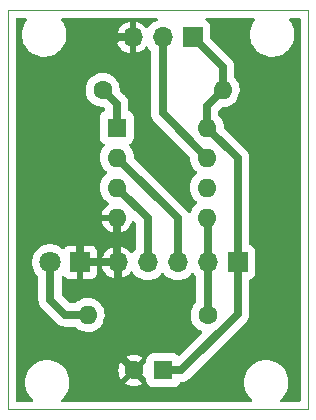
<source format=gbr>
%TF.GenerationSoftware,KiCad,Pcbnew,(6.0.0)*%
%TF.CreationDate,2022-02-06T14:28:57-06:00*%
%TF.ProjectId,moduloSonidoPCB,6d6f6475-6c6f-4536-9f6e-69646f504342,rev?*%
%TF.SameCoordinates,Original*%
%TF.FileFunction,Copper,L1,Top*%
%TF.FilePolarity,Positive*%
%FSLAX46Y46*%
G04 Gerber Fmt 4.6, Leading zero omitted, Abs format (unit mm)*
G04 Created by KiCad (PCBNEW (6.0.0)) date 2022-02-06 14:28:57*
%MOMM*%
%LPD*%
G01*
G04 APERTURE LIST*
%TA.AperFunction,Profile*%
%ADD10C,0.100000*%
%TD*%
%TA.AperFunction,ComponentPad*%
%ADD11C,1.600000*%
%TD*%
%TA.AperFunction,ComponentPad*%
%ADD12O,1.600000X1.600000*%
%TD*%
%TA.AperFunction,ComponentPad*%
%ADD13R,1.700000X1.700000*%
%TD*%
%TA.AperFunction,ComponentPad*%
%ADD14O,1.700000X1.700000*%
%TD*%
%TA.AperFunction,ComponentPad*%
%ADD15R,1.600000X1.600000*%
%TD*%
%TA.AperFunction,ComponentPad*%
%ADD16R,1.800000X1.800000*%
%TD*%
%TA.AperFunction,ComponentPad*%
%ADD17C,1.800000*%
%TD*%
%TA.AperFunction,Conductor*%
%ADD18C,0.700000*%
%TD*%
G04 APERTURE END LIST*
D10*
X116586000Y-76327000D02*
X141986000Y-76327000D01*
X141986000Y-76327000D02*
X141986000Y-110109000D01*
X141986000Y-110109000D02*
X116586000Y-110109000D01*
X116586000Y-110109000D02*
X116586000Y-76327000D01*
D11*
%TO.P,R2,1*%
%TO.N,Net-(R2-Pad1)*%
X124587000Y-83058000D03*
D12*
%TO.P,R2,2*%
%TO.N,+3V3*%
X134747000Y-83058000D03*
%TD*%
D13*
%TO.P,J1,1,Pin_1*%
%TO.N,+3V3*%
X132207000Y-78613000D03*
D14*
%TO.P,J1,2,Pin_2*%
%TO.N,ADC*%
X129667000Y-78613000D03*
%TO.P,J1,3,Pin_3*%
%TO.N,GND*%
X127127000Y-78613000D03*
%TD*%
D15*
%TO.P,C1,1*%
%TO.N,+3V3*%
X129729113Y-106807000D03*
D11*
%TO.P,C1,2*%
%TO.N,GND*%
X127229113Y-106807000D03*
%TD*%
D15*
%TO.P,U1,1,~{RESET}/PB5*%
%TO.N,Net-(R2-Pad1)*%
X125782000Y-86243000D03*
D12*
%TO.P,U1,2,XTAL1/PB3*%
%TO.N,Rx*%
X125782000Y-88783000D03*
%TO.P,U1,3,XTAL2/PB4*%
%TO.N,Tx*%
X125782000Y-91323000D03*
%TO.P,U1,4,GND*%
%TO.N,GND*%
X125782000Y-93863000D03*
%TO.P,U1,5,AREF/PB0*%
%TO.N,F*%
X133402000Y-93863000D03*
%TO.P,U1,6,PB1*%
%TO.N,unconnected-(U1-Pad6)*%
X133402000Y-91323000D03*
%TO.P,U1,7,PB2*%
%TO.N,ADC*%
X133402000Y-88783000D03*
%TO.P,U1,8,VCC*%
%TO.N,+3V3*%
X133402000Y-86243000D03*
%TD*%
D16*
%TO.P,D1,1,K*%
%TO.N,GND*%
X122682000Y-97663000D03*
D17*
%TO.P,D1,2,A*%
%TO.N,Net-(D1-Pad2)*%
X120142000Y-97663000D03*
%TD*%
D13*
%TO.P,J2,1,Pin_1*%
%TO.N,+3V3*%
X136012000Y-97663000D03*
D14*
%TO.P,J2,2,Pin_2*%
%TO.N,F*%
X133472000Y-97663000D03*
%TO.P,J2,3,Pin_3*%
%TO.N,Rx*%
X130932000Y-97663000D03*
%TO.P,J2,4,Pin_4*%
%TO.N,Tx*%
X128392000Y-97663000D03*
%TO.P,J2,5,Pin_5*%
%TO.N,GND*%
X125852000Y-97663000D03*
%TD*%
D11*
%TO.P,R1,1*%
%TO.N,F*%
X133477000Y-102108000D03*
D12*
%TO.P,R1,2*%
%TO.N,Net-(D1-Pad2)*%
X123317000Y-102108000D03*
%TD*%
D18*
%TO.N,GND*%
X125782000Y-93863000D02*
X125782000Y-97593000D01*
X125782000Y-97593000D02*
X125852000Y-97663000D01*
X125852000Y-105429887D02*
X127229113Y-106807000D01*
X122682000Y-97663000D02*
X122682000Y-83693000D01*
X122682000Y-83693000D02*
X122682000Y-81855919D01*
X125852000Y-97663000D02*
X125852000Y-105429887D01*
X122682000Y-81855919D02*
X125924919Y-78613000D01*
X125924919Y-78613000D02*
X127127000Y-78613000D01*
X122682000Y-97663000D02*
X125852000Y-97663000D01*
%TO.N,Net-(D1-Pad2)*%
X121412000Y-102108000D02*
X120142000Y-100838000D01*
X120142000Y-100838000D02*
X120142000Y-97663000D01*
X123317000Y-102108000D02*
X121412000Y-102108000D01*
%TO.N,+3V3*%
X136012000Y-97663000D02*
X136012000Y-88853000D01*
X131229113Y-106807000D02*
X136012000Y-102024113D01*
X129729113Y-106807000D02*
X131229113Y-106807000D01*
X136012000Y-102024113D02*
X136012000Y-97663000D01*
X134747000Y-81153000D02*
X132207000Y-78613000D01*
X134747000Y-83058000D02*
X134747000Y-81153000D01*
X133402000Y-84403000D02*
X134747000Y-83058000D01*
X133402000Y-86243000D02*
X133402000Y-84403000D01*
X136012000Y-88853000D02*
X133402000Y-86243000D01*
%TO.N,ADC*%
X129667000Y-85048000D02*
X133402000Y-88783000D01*
X129667000Y-78613000D02*
X129667000Y-85048000D01*
%TO.N,Rx*%
X125782000Y-88783000D02*
X130932000Y-93933000D01*
X130932000Y-93933000D02*
X130932000Y-97663000D01*
%TO.N,Tx*%
X125782000Y-91323000D02*
X128392000Y-93933000D01*
X128392000Y-93933000D02*
X128392000Y-97663000D01*
%TO.N,F*%
X133472000Y-97663000D02*
X133472000Y-93933000D01*
X133477000Y-97668000D02*
X133472000Y-97663000D01*
X133477000Y-102108000D02*
X133477000Y-97668000D01*
X133472000Y-93933000D02*
X133402000Y-93863000D01*
%TO.N,Net-(R2-Pad1)*%
X125782000Y-86243000D02*
X125782000Y-84253000D01*
X125782000Y-84253000D02*
X124587000Y-83058000D01*
%TD*%
%TA.AperFunction,Conductor*%
%TO.N,GND*%
G36*
X118139216Y-76982002D02*
G01*
X118185709Y-77035658D01*
X118195813Y-77105932D01*
X118172967Y-77162150D01*
X118028983Y-77359965D01*
X117901577Y-77602123D01*
X117810463Y-77860137D01*
X117809583Y-77864603D01*
X117774280Y-78043717D01*
X117757549Y-78128601D01*
X117757322Y-78133154D01*
X117757322Y-78133157D01*
X117746754Y-78345452D01*
X117743944Y-78401891D01*
X117769932Y-78674283D01*
X117771017Y-78678717D01*
X117771018Y-78678723D01*
X117817793Y-78869876D01*
X117834970Y-78940071D01*
X117836682Y-78944297D01*
X117836683Y-78944301D01*
X117883039Y-79058748D01*
X117937694Y-79193686D01*
X117939998Y-79197621D01*
X117940001Y-79197627D01*
X118071202Y-79421699D01*
X118075954Y-79429815D01*
X118246852Y-79643513D01*
X118446809Y-79830302D01*
X118466164Y-79843729D01*
X118667882Y-79983667D01*
X118667887Y-79983670D01*
X118671635Y-79986270D01*
X118675720Y-79988302D01*
X118675723Y-79988304D01*
X118793374Y-80046834D01*
X118916622Y-80108149D01*
X118920956Y-80109570D01*
X118920959Y-80109571D01*
X118999763Y-80135404D01*
X119176636Y-80193386D01*
X119446232Y-80240195D01*
X119480016Y-80241877D01*
X119531133Y-80244422D01*
X119531141Y-80244422D01*
X119532704Y-80244500D01*
X119703503Y-80244500D01*
X119705771Y-80244335D01*
X119705783Y-80244335D01*
X119837612Y-80234769D01*
X119906912Y-80229741D01*
X119911367Y-80228757D01*
X119911370Y-80228757D01*
X120169646Y-80171735D01*
X120169650Y-80171734D01*
X120174106Y-80170750D01*
X120372290Y-80095665D01*
X120425716Y-80075424D01*
X120425719Y-80075423D01*
X120429986Y-80073806D01*
X120659119Y-79946534D01*
X120665199Y-79943157D01*
X120665200Y-79943156D01*
X120669192Y-79940939D01*
X120886712Y-79774933D01*
X120932395Y-79728202D01*
X121074794Y-79582535D01*
X121074798Y-79582530D01*
X121077989Y-79579266D01*
X121239017Y-79358035D01*
X121366423Y-79115877D01*
X121449379Y-78880966D01*
X125795257Y-78880966D01*
X125825565Y-79015446D01*
X125828645Y-79025275D01*
X125908770Y-79222603D01*
X125913413Y-79231794D01*
X126024694Y-79413388D01*
X126030777Y-79421699D01*
X126170213Y-79582667D01*
X126177580Y-79589883D01*
X126341434Y-79725916D01*
X126349881Y-79731831D01*
X126533756Y-79839279D01*
X126543042Y-79843729D01*
X126742001Y-79919703D01*
X126751899Y-79922579D01*
X126855250Y-79943606D01*
X126869299Y-79942410D01*
X126873000Y-79932065D01*
X126873000Y-78885115D01*
X126868525Y-78869876D01*
X126867135Y-78868671D01*
X126859452Y-78867000D01*
X125810225Y-78867000D01*
X125796694Y-78870973D01*
X125795257Y-78880966D01*
X121449379Y-78880966D01*
X121457537Y-78857863D01*
X121492715Y-78679385D01*
X121509570Y-78593871D01*
X121509571Y-78593865D01*
X121510451Y-78589399D01*
X121522509Y-78347183D01*
X125791389Y-78347183D01*
X125792912Y-78355607D01*
X125805292Y-78359000D01*
X126854885Y-78359000D01*
X126870124Y-78354525D01*
X126871329Y-78353135D01*
X126873000Y-78345452D01*
X126873000Y-77296102D01*
X126869082Y-77282758D01*
X126854806Y-77280771D01*
X126816324Y-77286660D01*
X126806288Y-77289051D01*
X126603868Y-77355212D01*
X126594359Y-77359209D01*
X126405463Y-77457542D01*
X126396738Y-77463036D01*
X126226433Y-77590905D01*
X126218726Y-77597748D01*
X126071590Y-77751717D01*
X126065104Y-77759727D01*
X125945098Y-77935649D01*
X125940000Y-77944623D01*
X125850338Y-78137783D01*
X125846775Y-78147470D01*
X125791389Y-78347183D01*
X121522509Y-78347183D01*
X121523829Y-78320678D01*
X121523829Y-78320672D01*
X121524056Y-78316109D01*
X121498068Y-78043717D01*
X121450804Y-77850563D01*
X121434115Y-77782363D01*
X121433030Y-77777929D01*
X121431317Y-77773699D01*
X121332021Y-77528547D01*
X121332018Y-77528542D01*
X121330306Y-77524314D01*
X121328002Y-77520379D01*
X121327999Y-77520373D01*
X121194352Y-77292123D01*
X121194351Y-77292121D01*
X121192046Y-77288185D01*
X121094888Y-77166694D01*
X121067964Y-77101002D01*
X121080830Y-77031181D01*
X121129401Y-76979399D01*
X121193291Y-76962000D01*
X129145422Y-76962000D01*
X129213543Y-76982002D01*
X129260036Y-77035658D01*
X129270140Y-77105932D01*
X129240646Y-77170512D01*
X129184567Y-77207765D01*
X129089373Y-77238879D01*
X129084785Y-77241267D01*
X129084781Y-77241269D01*
X128982245Y-77294646D01*
X128872699Y-77351672D01*
X128868566Y-77354775D01*
X128868563Y-77354777D01*
X128681493Y-77495234D01*
X128677358Y-77498339D01*
X128656302Y-77520373D01*
X128560867Y-77620240D01*
X128508593Y-77674941D01*
X128505681Y-77679210D01*
X128425065Y-77797389D01*
X128370153Y-77842392D01*
X128299628Y-77850563D01*
X128235881Y-77819309D01*
X128215185Y-77794827D01*
X128209425Y-77785924D01*
X128203136Y-77777757D01*
X128059806Y-77620240D01*
X128052273Y-77613215D01*
X127885139Y-77481222D01*
X127876552Y-77475517D01*
X127690117Y-77372599D01*
X127680705Y-77368369D01*
X127479959Y-77297280D01*
X127469988Y-77294646D01*
X127398837Y-77281972D01*
X127385540Y-77283432D01*
X127381000Y-77297989D01*
X127381000Y-79931517D01*
X127385064Y-79945359D01*
X127398478Y-79947393D01*
X127405184Y-79946534D01*
X127415262Y-79944392D01*
X127619255Y-79883191D01*
X127628842Y-79879433D01*
X127820095Y-79785739D01*
X127828945Y-79780464D01*
X128002328Y-79656792D01*
X128010200Y-79650139D01*
X128161052Y-79499812D01*
X128167723Y-79491972D01*
X128216590Y-79423967D01*
X128272585Y-79380319D01*
X128343288Y-79373873D01*
X128406253Y-79406676D01*
X128426345Y-79431658D01*
X128461449Y-79488941D01*
X128461452Y-79488946D01*
X128464152Y-79493351D01*
X128624088Y-79677987D01*
X128628063Y-79681287D01*
X128628065Y-79681289D01*
X128635984Y-79687863D01*
X128675620Y-79746765D01*
X128681500Y-79784808D01*
X128681500Y-85032073D01*
X128681451Y-85035591D01*
X128679078Y-85120548D01*
X128680187Y-85126837D01*
X128689384Y-85178998D01*
X128690653Y-85188144D01*
X128693130Y-85212529D01*
X128696650Y-85247184D01*
X128705093Y-85274125D01*
X128708943Y-85289920D01*
X128713844Y-85317716D01*
X128716192Y-85323646D01*
X128716193Y-85323650D01*
X128735694Y-85372902D01*
X128738776Y-85381607D01*
X128754612Y-85432142D01*
X128754614Y-85432146D01*
X128756521Y-85438232D01*
X128759615Y-85443814D01*
X128759616Y-85443816D01*
X128770207Y-85462923D01*
X128777157Y-85477626D01*
X128787546Y-85503866D01*
X128791043Y-85509209D01*
X128791045Y-85509214D01*
X128820037Y-85553517D01*
X128824805Y-85561421D01*
X128853584Y-85613339D01*
X128857739Y-85618187D01*
X128857740Y-85618188D01*
X128871955Y-85634772D01*
X128881722Y-85647781D01*
X128894519Y-85667338D01*
X128894529Y-85667351D01*
X128897174Y-85671393D01*
X128900404Y-85674980D01*
X128900409Y-85674987D01*
X128900487Y-85675073D01*
X128901584Y-85676291D01*
X128939838Y-85714545D01*
X128946411Y-85721642D01*
X128983875Y-85765352D01*
X129001215Y-85778802D01*
X129007795Y-85783906D01*
X129019664Y-85794371D01*
X131927398Y-88702105D01*
X131961424Y-88764417D01*
X131964094Y-88783944D01*
X131975598Y-88983468D01*
X131976735Y-88988514D01*
X131976736Y-88988520D01*
X131990496Y-89049575D01*
X132027493Y-89213744D01*
X132029435Y-89218526D01*
X132029436Y-89218530D01*
X132065888Y-89308300D01*
X132116302Y-89432453D01*
X132239638Y-89633720D01*
X132394191Y-89812141D01*
X132483386Y-89886192D01*
X132570208Y-89958273D01*
X132609843Y-90017176D01*
X132611341Y-90088156D01*
X132574226Y-90148679D01*
X132565383Y-90155971D01*
X132445667Y-90245857D01*
X132282583Y-90416514D01*
X132279669Y-90420786D01*
X132279668Y-90420787D01*
X132152481Y-90607236D01*
X132152478Y-90607241D01*
X132149562Y-90611516D01*
X132050176Y-90825626D01*
X131987094Y-91053092D01*
X131962010Y-91287807D01*
X131975598Y-91523468D01*
X131976735Y-91528514D01*
X131976736Y-91528520D01*
X131999019Y-91627396D01*
X132027493Y-91753744D01*
X132029435Y-91758526D01*
X132029436Y-91758530D01*
X132067900Y-91853254D01*
X132116302Y-91972453D01*
X132239638Y-92173720D01*
X132394191Y-92352141D01*
X132483386Y-92426192D01*
X132570208Y-92498273D01*
X132609843Y-92557176D01*
X132611341Y-92628156D01*
X132574226Y-92688679D01*
X132565383Y-92695971D01*
X132445667Y-92785857D01*
X132282583Y-92956514D01*
X132279669Y-92960786D01*
X132279668Y-92960787D01*
X132152481Y-93147236D01*
X132152478Y-93147241D01*
X132149562Y-93151516D01*
X132121724Y-93211489D01*
X132062053Y-93340040D01*
X132050176Y-93365626D01*
X132039585Y-93403815D01*
X132031802Y-93431880D01*
X131994323Y-93492177D01*
X131930194Y-93522640D01*
X131859776Y-93513596D01*
X131804953Y-93467200D01*
X131778961Y-93427480D01*
X131774191Y-93419573D01*
X131774006Y-93419239D01*
X131745416Y-93367661D01*
X131727040Y-93346221D01*
X131717283Y-93333225D01*
X131704483Y-93313666D01*
X131701827Y-93309607D01*
X131697416Y-93304709D01*
X131659162Y-93266455D01*
X131652589Y-93259358D01*
X131619279Y-93220495D01*
X131615125Y-93215648D01*
X131591204Y-93197093D01*
X131579336Y-93186629D01*
X127259032Y-88866325D01*
X127225006Y-88804013D01*
X127222441Y-88782998D01*
X127222420Y-88783000D01*
X127222377Y-88782471D01*
X127222375Y-88782459D01*
X127208945Y-88619105D01*
X127203502Y-88552893D01*
X127203501Y-88552887D01*
X127203078Y-88547742D01*
X127145573Y-88318802D01*
X127051447Y-88102328D01*
X126923230Y-87904135D01*
X126870155Y-87845806D01*
X126835350Y-87807556D01*
X126804298Y-87743711D01*
X126812694Y-87673212D01*
X126857871Y-87618444D01*
X126864405Y-87614304D01*
X126967772Y-87553173D01*
X126967778Y-87553168D01*
X126974598Y-87549135D01*
X127088135Y-87435598D01*
X127169869Y-87297393D01*
X127212869Y-87149387D01*
X127212871Y-87149381D01*
X127212872Y-87149376D01*
X127214665Y-87143204D01*
X127216367Y-87121581D01*
X127217307Y-87109638D01*
X127217307Y-87109629D01*
X127217500Y-87107181D01*
X127217499Y-85378820D01*
X127214665Y-85342796D01*
X127211755Y-85332777D01*
X127172081Y-85196220D01*
X127172080Y-85196218D01*
X127169869Y-85188607D01*
X127133339Y-85126837D01*
X127092169Y-85057223D01*
X127088135Y-85050402D01*
X126974598Y-84936865D01*
X126836393Y-84855131D01*
X126837083Y-84853965D01*
X126788885Y-84813860D01*
X126767500Y-84743634D01*
X126767500Y-84268926D01*
X126767549Y-84265408D01*
X126769744Y-84186833D01*
X126769744Y-84186830D01*
X126769922Y-84180451D01*
X126765996Y-84158187D01*
X126759616Y-84122001D01*
X126758347Y-84112855D01*
X126752995Y-84060162D01*
X126752994Y-84060158D01*
X126752350Y-84053816D01*
X126743907Y-84026875D01*
X126740057Y-84011080D01*
X126736265Y-83989571D01*
X126736264Y-83989567D01*
X126735156Y-83983284D01*
X126731557Y-83974192D01*
X126713306Y-83928098D01*
X126710224Y-83919393D01*
X126694388Y-83868858D01*
X126694386Y-83868854D01*
X126692479Y-83862768D01*
X126689384Y-83857184D01*
X126678793Y-83838077D01*
X126671843Y-83823374D01*
X126664200Y-83804070D01*
X126661454Y-83797134D01*
X126657957Y-83791791D01*
X126657955Y-83791786D01*
X126628963Y-83747483D01*
X126624193Y-83739576D01*
X126598512Y-83693246D01*
X126598511Y-83693245D01*
X126595416Y-83687661D01*
X126577043Y-83666225D01*
X126567278Y-83653219D01*
X126554481Y-83633662D01*
X126554471Y-83633649D01*
X126551826Y-83629607D01*
X126548596Y-83626020D01*
X126548591Y-83626013D01*
X126548509Y-83625923D01*
X126547416Y-83624709D01*
X126509162Y-83586455D01*
X126502589Y-83579358D01*
X126469279Y-83540495D01*
X126465125Y-83535648D01*
X126441204Y-83517093D01*
X126429336Y-83506629D01*
X126064032Y-83141325D01*
X126030006Y-83079013D01*
X126027441Y-83057998D01*
X126027420Y-83058000D01*
X126027377Y-83057471D01*
X126027375Y-83057459D01*
X126019783Y-82965113D01*
X126008502Y-82827893D01*
X126008501Y-82827887D01*
X126008078Y-82822742D01*
X125950573Y-82593802D01*
X125856447Y-82377328D01*
X125728230Y-82179135D01*
X125699697Y-82147777D01*
X125572842Y-82008366D01*
X125572840Y-82008365D01*
X125569364Y-82004544D01*
X125565313Y-82001345D01*
X125565309Y-82001341D01*
X125388174Y-81861449D01*
X125384116Y-81858244D01*
X125177461Y-81744164D01*
X125057173Y-81701567D01*
X124959824Y-81667094D01*
X124959820Y-81667093D01*
X124954949Y-81665368D01*
X124949859Y-81664461D01*
X124949854Y-81664460D01*
X124727644Y-81624879D01*
X124727638Y-81624878D01*
X124722555Y-81623973D01*
X124631623Y-81622862D01*
X124491690Y-81621152D01*
X124491688Y-81621152D01*
X124486521Y-81621089D01*
X124253186Y-81656794D01*
X124028815Y-81730130D01*
X123819434Y-81839126D01*
X123630667Y-81980857D01*
X123467583Y-82151514D01*
X123464669Y-82155786D01*
X123464668Y-82155787D01*
X123337481Y-82342236D01*
X123337478Y-82342241D01*
X123334562Y-82346516D01*
X123235176Y-82560626D01*
X123172094Y-82788092D01*
X123147010Y-83022807D01*
X123147307Y-83027959D01*
X123147307Y-83027963D01*
X123149039Y-83057998D01*
X123160598Y-83258468D01*
X123161735Y-83263514D01*
X123161736Y-83263520D01*
X123182864Y-83357270D01*
X123212493Y-83488744D01*
X123214435Y-83493526D01*
X123214436Y-83493530D01*
X123282048Y-83660036D01*
X123301302Y-83707453D01*
X123424638Y-83908720D01*
X123579191Y-84087141D01*
X123760809Y-84237923D01*
X123765261Y-84240525D01*
X123765266Y-84240528D01*
X123960157Y-84354413D01*
X123964615Y-84357018D01*
X124185136Y-84441226D01*
X124190202Y-84442257D01*
X124190203Y-84442257D01*
X124245596Y-84453527D01*
X124416449Y-84488287D01*
X124570086Y-84493920D01*
X124581991Y-84494357D01*
X124649333Y-84516841D01*
X124666470Y-84531177D01*
X124759596Y-84624304D01*
X124793621Y-84686616D01*
X124796500Y-84713399D01*
X124796500Y-84743634D01*
X124776498Y-84811755D01*
X124726874Y-84853892D01*
X124727607Y-84855131D01*
X124589402Y-84936865D01*
X124475865Y-85050402D01*
X124471831Y-85057223D01*
X124430662Y-85126837D01*
X124394131Y-85188607D01*
X124391920Y-85196218D01*
X124391919Y-85196220D01*
X124351129Y-85336619D01*
X124351128Y-85336624D01*
X124349335Y-85342796D01*
X124348831Y-85349206D01*
X124346694Y-85376356D01*
X124346500Y-85378819D01*
X124346501Y-87107180D01*
X124349335Y-87143204D01*
X124394131Y-87297393D01*
X124475865Y-87435598D01*
X124589402Y-87549135D01*
X124699455Y-87614220D01*
X124747907Y-87666112D01*
X124760612Y-87735962D01*
X124733537Y-87801594D01*
X124726409Y-87809724D01*
X124662583Y-87876514D01*
X124659669Y-87880786D01*
X124659668Y-87880787D01*
X124532481Y-88067236D01*
X124532478Y-88067241D01*
X124529562Y-88071516D01*
X124527383Y-88076211D01*
X124457844Y-88226021D01*
X124430176Y-88285626D01*
X124367094Y-88513092D01*
X124342010Y-88747807D01*
X124342307Y-88752959D01*
X124342307Y-88752963D01*
X124353731Y-88951092D01*
X124355598Y-88983468D01*
X124356735Y-88988514D01*
X124356736Y-88988520D01*
X124370496Y-89049575D01*
X124407493Y-89213744D01*
X124409435Y-89218526D01*
X124409436Y-89218530D01*
X124445888Y-89308300D01*
X124496302Y-89432453D01*
X124619638Y-89633720D01*
X124774191Y-89812141D01*
X124863386Y-89886192D01*
X124950208Y-89958273D01*
X124989843Y-90017176D01*
X124991341Y-90088156D01*
X124954226Y-90148679D01*
X124945383Y-90155971D01*
X124825667Y-90245857D01*
X124662583Y-90416514D01*
X124659669Y-90420786D01*
X124659668Y-90420787D01*
X124532481Y-90607236D01*
X124532478Y-90607241D01*
X124529562Y-90611516D01*
X124430176Y-90825626D01*
X124367094Y-91053092D01*
X124342010Y-91287807D01*
X124355598Y-91523468D01*
X124356735Y-91528514D01*
X124356736Y-91528520D01*
X124379019Y-91627396D01*
X124407493Y-91753744D01*
X124409435Y-91758526D01*
X124409436Y-91758530D01*
X124447900Y-91853254D01*
X124496302Y-91972453D01*
X124619638Y-92173720D01*
X124774191Y-92352141D01*
X124955809Y-92502923D01*
X124960266Y-92505527D01*
X124960271Y-92505531D01*
X125052118Y-92559202D01*
X125100842Y-92610841D01*
X125113913Y-92680624D01*
X125087182Y-92746396D01*
X125060819Y-92771203D01*
X124942533Y-92854028D01*
X124934125Y-92861084D01*
X124780084Y-93015125D01*
X124773028Y-93023533D01*
X124648069Y-93201993D01*
X124642586Y-93211489D01*
X124550510Y-93408947D01*
X124546764Y-93419239D01*
X124500606Y-93591503D01*
X124500942Y-93605599D01*
X124508884Y-93609000D01*
X125910000Y-93609000D01*
X125978121Y-93629002D01*
X126024614Y-93682658D01*
X126036000Y-93735000D01*
X126036000Y-95130967D01*
X126039973Y-95144498D01*
X126048522Y-95145727D01*
X126225761Y-95098236D01*
X126236053Y-95094490D01*
X126433511Y-95002414D01*
X126443007Y-94996931D01*
X126621467Y-94871972D01*
X126629875Y-94864916D01*
X126783916Y-94710875D01*
X126790972Y-94702467D01*
X126915931Y-94524007D01*
X126921414Y-94514511D01*
X127013490Y-94317053D01*
X127017239Y-94306753D01*
X127035735Y-94237726D01*
X127072686Y-94177104D01*
X127136547Y-94146082D01*
X127207042Y-94154512D01*
X127246536Y-94181243D01*
X127369595Y-94304302D01*
X127403621Y-94366614D01*
X127406500Y-94393397D01*
X127406500Y-96493481D01*
X127386498Y-96561602D01*
X127371596Y-96580530D01*
X127233593Y-96724941D01*
X127230681Y-96729210D01*
X127150065Y-96847389D01*
X127095153Y-96892392D01*
X127024628Y-96900563D01*
X126960881Y-96869309D01*
X126940185Y-96844827D01*
X126934425Y-96835924D01*
X126928136Y-96827757D01*
X126784806Y-96670240D01*
X126777273Y-96663215D01*
X126610139Y-96531222D01*
X126601552Y-96525517D01*
X126415117Y-96422599D01*
X126405705Y-96418369D01*
X126204959Y-96347280D01*
X126194988Y-96344646D01*
X126123837Y-96331972D01*
X126110540Y-96333432D01*
X126106000Y-96347989D01*
X126106000Y-98981517D01*
X126110064Y-98995359D01*
X126123478Y-98997393D01*
X126130184Y-98996534D01*
X126140262Y-98994392D01*
X126344255Y-98933191D01*
X126353842Y-98929433D01*
X126545095Y-98835739D01*
X126553945Y-98830464D01*
X126727328Y-98706792D01*
X126735200Y-98700139D01*
X126886052Y-98549812D01*
X126892723Y-98541972D01*
X126941590Y-98473967D01*
X126997585Y-98430319D01*
X127068288Y-98423873D01*
X127131253Y-98456676D01*
X127151345Y-98481658D01*
X127186449Y-98538941D01*
X127186452Y-98538946D01*
X127189152Y-98543351D01*
X127349088Y-98727987D01*
X127537032Y-98884021D01*
X127747937Y-99007263D01*
X127752762Y-99009105D01*
X127752763Y-99009106D01*
X127789590Y-99023169D01*
X127976138Y-99094405D01*
X127981204Y-99095436D01*
X127981205Y-99095436D01*
X128099647Y-99119533D01*
X128215508Y-99143105D01*
X128352546Y-99148130D01*
X128454454Y-99151868D01*
X128454459Y-99151868D01*
X128459618Y-99152057D01*
X128529498Y-99143105D01*
X128696783Y-99121675D01*
X128696784Y-99121675D01*
X128701911Y-99121018D01*
X128790617Y-99094405D01*
X128930929Y-99052309D01*
X128935882Y-99050823D01*
X128940521Y-99048550D01*
X128940527Y-99048548D01*
X129150608Y-98945630D01*
X129155246Y-98943358D01*
X129243067Y-98880716D01*
X129349901Y-98804512D01*
X129349906Y-98804508D01*
X129354113Y-98801507D01*
X129527142Y-98629082D01*
X129530158Y-98624884D01*
X129530162Y-98624880D01*
X129559307Y-98584320D01*
X129615301Y-98540671D01*
X129686005Y-98534225D01*
X129748969Y-98567027D01*
X129756868Y-98575348D01*
X129806574Y-98632730D01*
X129889088Y-98727987D01*
X130077032Y-98884021D01*
X130287937Y-99007263D01*
X130292762Y-99009105D01*
X130292763Y-99009106D01*
X130329590Y-99023169D01*
X130516138Y-99094405D01*
X130521204Y-99095436D01*
X130521205Y-99095436D01*
X130639647Y-99119533D01*
X130755508Y-99143105D01*
X130892546Y-99148130D01*
X130994454Y-99151868D01*
X130994459Y-99151868D01*
X130999618Y-99152057D01*
X131069498Y-99143105D01*
X131236783Y-99121675D01*
X131236784Y-99121675D01*
X131241911Y-99121018D01*
X131330617Y-99094405D01*
X131470929Y-99052309D01*
X131475882Y-99050823D01*
X131480521Y-99048550D01*
X131480527Y-99048548D01*
X131690608Y-98945630D01*
X131695246Y-98943358D01*
X131783067Y-98880716D01*
X131889901Y-98804512D01*
X131889906Y-98804508D01*
X131894113Y-98801507D01*
X132067142Y-98629082D01*
X132070158Y-98624884D01*
X132070162Y-98624880D01*
X132099307Y-98584320D01*
X132155301Y-98540671D01*
X132226005Y-98534225D01*
X132288969Y-98567027D01*
X132296868Y-98575348D01*
X132346574Y-98632730D01*
X132429088Y-98727987D01*
X132433063Y-98731287D01*
X132433065Y-98731289D01*
X132445984Y-98742014D01*
X132485620Y-98800916D01*
X132491500Y-98838959D01*
X132491500Y-101010854D01*
X132471498Y-101078975D01*
X132456594Y-101097905D01*
X132357583Y-101201514D01*
X132354669Y-101205786D01*
X132354668Y-101205787D01*
X132227481Y-101392236D01*
X132227478Y-101392241D01*
X132224562Y-101396516D01*
X132222383Y-101401211D01*
X132148276Y-101560862D01*
X132125176Y-101610626D01*
X132062094Y-101838092D01*
X132037010Y-102072807D01*
X132037307Y-102077959D01*
X132037307Y-102077963D01*
X132040445Y-102132387D01*
X132050598Y-102308468D01*
X132051735Y-102313514D01*
X132051736Y-102313520D01*
X132063304Y-102364849D01*
X132102493Y-102538744D01*
X132104435Y-102543526D01*
X132104436Y-102543530D01*
X132142900Y-102638254D01*
X132191302Y-102757453D01*
X132314638Y-102958720D01*
X132469191Y-103137141D01*
X132650809Y-103287923D01*
X132655261Y-103290525D01*
X132655266Y-103290528D01*
X132748934Y-103345263D01*
X132854615Y-103407018D01*
X132904438Y-103426043D01*
X132948562Y-103442893D01*
X133005065Y-103485881D01*
X133029358Y-103552592D01*
X133013728Y-103621846D01*
X132992708Y-103649698D01*
X131120721Y-105521685D01*
X131058409Y-105555711D01*
X130987594Y-105550646D01*
X130942531Y-105521685D01*
X130921711Y-105500865D01*
X130783506Y-105419131D01*
X130775895Y-105416920D01*
X130775893Y-105416919D01*
X130635494Y-105376129D01*
X130635489Y-105376128D01*
X130629317Y-105374335D01*
X130607694Y-105372633D01*
X130595751Y-105371693D01*
X130595742Y-105371693D01*
X130593294Y-105371500D01*
X129729813Y-105371500D01*
X128864933Y-105371501D01*
X128845690Y-105373015D01*
X128835327Y-105373830D01*
X128835326Y-105373830D01*
X128828909Y-105374335D01*
X128822729Y-105376130D01*
X128822726Y-105376131D01*
X128682333Y-105416919D01*
X128682331Y-105416920D01*
X128674720Y-105419131D01*
X128536515Y-105500865D01*
X128422978Y-105614402D01*
X128418944Y-105621223D01*
X128367079Y-105708923D01*
X128341244Y-105752607D01*
X128339033Y-105760218D01*
X128339032Y-105760220D01*
X128298242Y-105900619D01*
X128298241Y-105900624D01*
X128296448Y-105906796D01*
X128295944Y-105913206D01*
X128294019Y-105937665D01*
X128293613Y-105942819D01*
X128293613Y-106049520D01*
X128273611Y-106117641D01*
X128256708Y-106138615D01*
X127601135Y-106794188D01*
X127593521Y-106808132D01*
X127593652Y-106809965D01*
X127597903Y-106816580D01*
X128256709Y-107475386D01*
X128290735Y-107537698D01*
X128293614Y-107564480D01*
X128293614Y-107671180D01*
X128296448Y-107707204D01*
X128298243Y-107713384D01*
X128298244Y-107713387D01*
X128321932Y-107794922D01*
X128341244Y-107861393D01*
X128345279Y-107868215D01*
X128345279Y-107868216D01*
X128391525Y-107946414D01*
X128422978Y-107999598D01*
X128536515Y-108113135D01*
X128674720Y-108194869D01*
X128682331Y-108197080D01*
X128682333Y-108197081D01*
X128822732Y-108237871D01*
X128822737Y-108237872D01*
X128828909Y-108239665D01*
X128850532Y-108241367D01*
X128862475Y-108242307D01*
X128862484Y-108242307D01*
X128864932Y-108242500D01*
X129728413Y-108242500D01*
X130593293Y-108242499D01*
X130612536Y-108240985D01*
X130622899Y-108240170D01*
X130622900Y-108240170D01*
X130629317Y-108239665D01*
X130635497Y-108237870D01*
X130635500Y-108237869D01*
X130775893Y-108197081D01*
X130775895Y-108197080D01*
X130783506Y-108194869D01*
X130921711Y-108113135D01*
X131035248Y-107999598D01*
X131069944Y-107940931D01*
X131116982Y-107861393D01*
X131118262Y-107862150D01*
X131158065Y-107814311D01*
X131231814Y-107792971D01*
X131240783Y-107793222D01*
X131295279Y-107794744D01*
X131295282Y-107794744D01*
X131301661Y-107794922D01*
X131312725Y-107792971D01*
X131360111Y-107784616D01*
X131369257Y-107783347D01*
X131393642Y-107780870D01*
X131428297Y-107777350D01*
X131455238Y-107768907D01*
X131471033Y-107765057D01*
X131492542Y-107761265D01*
X131492546Y-107761264D01*
X131498829Y-107760156D01*
X131504759Y-107757808D01*
X131504763Y-107757807D01*
X131554015Y-107738306D01*
X131562720Y-107735224D01*
X131613255Y-107719388D01*
X131613259Y-107719386D01*
X131619345Y-107717479D01*
X131624927Y-107714385D01*
X131624929Y-107714384D01*
X131644036Y-107703793D01*
X131658739Y-107696843D01*
X131661026Y-107695937D01*
X131684979Y-107686454D01*
X131690322Y-107682957D01*
X131690327Y-107682955D01*
X131734630Y-107653963D01*
X131742537Y-107649193D01*
X131788867Y-107623512D01*
X131788868Y-107623511D01*
X131794452Y-107620416D01*
X131815888Y-107602043D01*
X131828894Y-107592278D01*
X131848451Y-107579481D01*
X131848464Y-107579471D01*
X131852506Y-107576826D01*
X131856093Y-107573596D01*
X131856100Y-107573591D01*
X131856190Y-107573509D01*
X131857404Y-107572416D01*
X131895658Y-107534162D01*
X131902755Y-107527589D01*
X131941618Y-107494279D01*
X131946465Y-107490125D01*
X131965020Y-107466204D01*
X131975484Y-107454336D01*
X136697595Y-102732226D01*
X136700080Y-102729808D01*
X136761866Y-102671380D01*
X136795908Y-102622764D01*
X136801474Y-102615405D01*
X136834949Y-102574360D01*
X136834953Y-102574354D01*
X136838986Y-102569409D01*
X136852064Y-102544393D01*
X136860513Y-102530498D01*
X136873036Y-102512613D01*
X136873038Y-102512609D01*
X136876701Y-102507378D01*
X136900266Y-102452923D01*
X136904242Y-102444587D01*
X136928784Y-102397642D01*
X136928786Y-102397638D01*
X136931742Y-102391983D01*
X136933499Y-102385854D01*
X136933501Y-102385850D01*
X136939522Y-102364849D01*
X136945002Y-102349542D01*
X136956214Y-102323635D01*
X136960463Y-102303299D01*
X136968349Y-102265549D01*
X136970567Y-102256585D01*
X136985169Y-102205662D01*
X136985169Y-102205659D01*
X136986927Y-102199530D01*
X136989093Y-102171372D01*
X136991383Y-102155284D01*
X136997155Y-102127657D01*
X136997500Y-102121075D01*
X136997500Y-102066968D01*
X136997871Y-102057301D01*
X137001798Y-102006271D01*
X137001798Y-102006267D01*
X137002287Y-101999911D01*
X136998494Y-101969888D01*
X136997500Y-101954095D01*
X136997500Y-99230014D01*
X137017502Y-99161893D01*
X137071158Y-99115400D01*
X137088348Y-99109017D01*
X137108778Y-99103082D01*
X137108782Y-99103080D01*
X137116393Y-99100869D01*
X137197532Y-99052884D01*
X137247777Y-99023169D01*
X137254598Y-99019135D01*
X137368135Y-98905598D01*
X137436305Y-98790328D01*
X137445834Y-98774216D01*
X137445834Y-98774215D01*
X137449869Y-98767393D01*
X137452081Y-98759780D01*
X137492871Y-98619381D01*
X137492872Y-98619376D01*
X137494665Y-98613204D01*
X137497500Y-98577181D01*
X137497499Y-96748820D01*
X137495620Y-96724941D01*
X137495170Y-96719214D01*
X137495170Y-96719213D01*
X137494665Y-96712796D01*
X137482302Y-96670240D01*
X137452081Y-96566220D01*
X137452080Y-96566218D01*
X137449869Y-96558607D01*
X137443777Y-96548305D01*
X137372169Y-96427223D01*
X137368135Y-96420402D01*
X137254598Y-96306865D01*
X137223940Y-96288734D01*
X137123216Y-96229166D01*
X137123215Y-96229166D01*
X137116393Y-96225131D01*
X137108782Y-96222920D01*
X137108778Y-96222918D01*
X137088348Y-96216983D01*
X137028512Y-96178770D01*
X136998834Y-96114274D01*
X136997500Y-96095986D01*
X136997500Y-88868926D01*
X136997549Y-88865408D01*
X136999744Y-88786833D01*
X136999744Y-88786830D01*
X136999922Y-88780451D01*
X136993261Y-88742674D01*
X136989616Y-88722001D01*
X136988347Y-88712855D01*
X136982995Y-88660162D01*
X136982994Y-88660158D01*
X136982350Y-88653816D01*
X136973907Y-88626875D01*
X136970057Y-88611080D01*
X136966265Y-88589571D01*
X136966264Y-88589567D01*
X136965156Y-88583284D01*
X136943305Y-88528094D01*
X136940224Y-88519393D01*
X136938250Y-88513092D01*
X136936688Y-88508109D01*
X136924388Y-88468858D01*
X136924386Y-88468854D01*
X136922479Y-88462768D01*
X136919384Y-88457184D01*
X136908793Y-88438077D01*
X136901843Y-88423374D01*
X136900937Y-88421087D01*
X136891454Y-88397134D01*
X136887957Y-88391791D01*
X136887955Y-88391786D01*
X136858963Y-88347483D01*
X136854193Y-88339576D01*
X136828512Y-88293246D01*
X136828511Y-88293245D01*
X136825416Y-88287661D01*
X136807043Y-88266225D01*
X136797278Y-88253219D01*
X136784475Y-88233654D01*
X136784470Y-88233648D01*
X136781826Y-88229607D01*
X136777416Y-88224708D01*
X136739156Y-88186448D01*
X136732583Y-88179351D01*
X136699279Y-88140495D01*
X136695125Y-88135648D01*
X136671209Y-88117097D01*
X136659340Y-88106632D01*
X134879032Y-86326324D01*
X134845006Y-86264012D01*
X134842441Y-86242998D01*
X134842420Y-86243000D01*
X134842377Y-86242471D01*
X134842375Y-86242459D01*
X134836017Y-86165117D01*
X134823502Y-86012893D01*
X134823501Y-86012887D01*
X134823078Y-86007742D01*
X134765573Y-85778802D01*
X134671447Y-85562328D01*
X134552730Y-85378819D01*
X134546038Y-85368475D01*
X134546036Y-85368472D01*
X134543230Y-85364135D01*
X134539756Y-85360317D01*
X134539749Y-85360308D01*
X134420306Y-85229042D01*
X134389254Y-85165197D01*
X134387500Y-85144243D01*
X134387500Y-84863398D01*
X134407502Y-84795277D01*
X134424405Y-84774302D01*
X134666851Y-84531857D01*
X134729163Y-84497832D01*
X134760561Y-84495038D01*
X134786834Y-84496002D01*
X134807179Y-84496748D01*
X134807183Y-84496748D01*
X134812342Y-84496937D01*
X134817462Y-84496281D01*
X134817464Y-84496281D01*
X134891335Y-84486818D01*
X135046480Y-84466943D01*
X135051428Y-84465458D01*
X135051435Y-84465457D01*
X135267633Y-84400594D01*
X135272576Y-84399111D01*
X135484557Y-84295263D01*
X135539970Y-84255737D01*
X135672518Y-84161192D01*
X135672523Y-84161188D01*
X135676730Y-84158187D01*
X135843935Y-83991565D01*
X135849886Y-83983284D01*
X135891339Y-83925595D01*
X135981681Y-83799871D01*
X136003496Y-83755733D01*
X136083975Y-83592896D01*
X136083976Y-83592894D01*
X136086269Y-83588254D01*
X136154889Y-83362396D01*
X136155564Y-83357270D01*
X136185263Y-83131686D01*
X136185264Y-83131679D01*
X136185700Y-83128364D01*
X136186397Y-83099841D01*
X136187338Y-83061364D01*
X136187338Y-83061360D01*
X136187420Y-83058000D01*
X136179783Y-82965113D01*
X136168502Y-82827893D01*
X136168501Y-82827887D01*
X136168078Y-82822742D01*
X136110573Y-82593802D01*
X136016447Y-82377328D01*
X135888230Y-82179135D01*
X135884756Y-82175317D01*
X135884749Y-82175308D01*
X135765306Y-82044042D01*
X135734254Y-81980197D01*
X135732500Y-81959243D01*
X135732500Y-81168926D01*
X135732549Y-81165408D01*
X135734744Y-81086833D01*
X135734744Y-81086830D01*
X135734922Y-81080451D01*
X135724616Y-81022001D01*
X135723347Y-81012855D01*
X135717995Y-80960162D01*
X135717994Y-80960158D01*
X135717350Y-80953816D01*
X135708907Y-80926875D01*
X135705057Y-80911080D01*
X135701265Y-80889571D01*
X135701264Y-80889567D01*
X135700156Y-80883284D01*
X135678305Y-80828094D01*
X135675224Y-80819393D01*
X135659388Y-80768858D01*
X135659386Y-80768854D01*
X135657479Y-80762768D01*
X135654384Y-80757184D01*
X135643793Y-80738077D01*
X135636843Y-80723374D01*
X135635937Y-80721087D01*
X135626454Y-80697134D01*
X135622957Y-80691791D01*
X135622955Y-80691786D01*
X135593963Y-80647483D01*
X135589193Y-80639576D01*
X135563512Y-80593246D01*
X135563511Y-80593245D01*
X135560416Y-80587661D01*
X135542043Y-80566225D01*
X135532278Y-80553219D01*
X135519475Y-80533654D01*
X135519470Y-80533648D01*
X135516826Y-80529607D01*
X135512416Y-80524708D01*
X135474156Y-80486448D01*
X135467583Y-80479351D01*
X135434279Y-80440495D01*
X135430125Y-80435648D01*
X135406209Y-80417097D01*
X135394340Y-80406632D01*
X133729405Y-78741697D01*
X133695379Y-78679385D01*
X133692500Y-78652602D01*
X133692499Y-77701293D01*
X133692499Y-77698820D01*
X133690620Y-77674941D01*
X133690170Y-77669214D01*
X133690170Y-77669213D01*
X133689665Y-77662796D01*
X133677302Y-77620240D01*
X133647081Y-77516220D01*
X133647080Y-77516218D01*
X133644869Y-77508607D01*
X133617919Y-77463036D01*
X133567169Y-77377223D01*
X133567168Y-77377222D01*
X133563135Y-77370402D01*
X133449598Y-77256865D01*
X133347448Y-77196454D01*
X133298995Y-77144561D01*
X133286290Y-77074710D01*
X133313365Y-77009079D01*
X133371625Y-76968505D01*
X133411587Y-76962000D01*
X137375095Y-76962000D01*
X137443216Y-76982002D01*
X137489709Y-77035658D01*
X137499813Y-77105932D01*
X137476967Y-77162150D01*
X137332983Y-77359965D01*
X137205577Y-77602123D01*
X137114463Y-77860137D01*
X137113583Y-77864603D01*
X137078280Y-78043717D01*
X137061549Y-78128601D01*
X137061322Y-78133154D01*
X137061322Y-78133157D01*
X137050754Y-78345452D01*
X137047944Y-78401891D01*
X137073932Y-78674283D01*
X137075017Y-78678717D01*
X137075018Y-78678723D01*
X137121793Y-78869876D01*
X137138970Y-78940071D01*
X137140682Y-78944297D01*
X137140683Y-78944301D01*
X137187039Y-79058748D01*
X137241694Y-79193686D01*
X137243998Y-79197621D01*
X137244001Y-79197627D01*
X137375202Y-79421699D01*
X137379954Y-79429815D01*
X137550852Y-79643513D01*
X137750809Y-79830302D01*
X137770164Y-79843729D01*
X137971882Y-79983667D01*
X137971887Y-79983670D01*
X137975635Y-79986270D01*
X137979720Y-79988302D01*
X137979723Y-79988304D01*
X138097374Y-80046834D01*
X138220622Y-80108149D01*
X138224956Y-80109570D01*
X138224959Y-80109571D01*
X138303763Y-80135404D01*
X138480636Y-80193386D01*
X138750232Y-80240195D01*
X138784016Y-80241877D01*
X138835133Y-80244422D01*
X138835141Y-80244422D01*
X138836704Y-80244500D01*
X139007503Y-80244500D01*
X139009771Y-80244335D01*
X139009783Y-80244335D01*
X139141612Y-80234769D01*
X139210912Y-80229741D01*
X139215367Y-80228757D01*
X139215370Y-80228757D01*
X139473646Y-80171735D01*
X139473650Y-80171734D01*
X139478106Y-80170750D01*
X139676290Y-80095665D01*
X139729716Y-80075424D01*
X139729719Y-80075423D01*
X139733986Y-80073806D01*
X139963119Y-79946534D01*
X139969199Y-79943157D01*
X139969200Y-79943156D01*
X139973192Y-79940939D01*
X140190712Y-79774933D01*
X140236395Y-79728202D01*
X140378794Y-79582535D01*
X140378798Y-79582530D01*
X140381989Y-79579266D01*
X140543017Y-79358035D01*
X140670423Y-79115877D01*
X140761537Y-78857863D01*
X140796715Y-78679385D01*
X140813570Y-78593871D01*
X140813571Y-78593865D01*
X140814451Y-78589399D01*
X140826509Y-78347183D01*
X140827829Y-78320678D01*
X140827829Y-78320672D01*
X140828056Y-78316109D01*
X140802068Y-78043717D01*
X140754804Y-77850563D01*
X140738115Y-77782363D01*
X140737030Y-77777929D01*
X140735317Y-77773699D01*
X140636021Y-77528547D01*
X140636018Y-77528542D01*
X140634306Y-77524314D01*
X140632002Y-77520379D01*
X140631999Y-77520373D01*
X140498352Y-77292123D01*
X140498351Y-77292121D01*
X140496046Y-77288185D01*
X140398888Y-77166694D01*
X140371964Y-77101002D01*
X140384830Y-77031181D01*
X140433401Y-76979399D01*
X140497291Y-76962000D01*
X141225000Y-76962000D01*
X141293121Y-76982002D01*
X141339614Y-77035658D01*
X141351000Y-77088000D01*
X141351000Y-109348000D01*
X141330998Y-109416121D01*
X141277342Y-109462614D01*
X141225000Y-109474000D01*
X139747487Y-109474000D01*
X139679366Y-109453998D01*
X139632873Y-109400342D01*
X139622769Y-109330068D01*
X139652263Y-109265488D01*
X139671045Y-109247837D01*
X139679080Y-109241705D01*
X139679081Y-109241704D01*
X139682712Y-109238933D01*
X139685907Y-109235665D01*
X139870794Y-109046535D01*
X139870798Y-109046530D01*
X139873989Y-109043266D01*
X140035017Y-108822035D01*
X140162423Y-108579877D01*
X140253537Y-108321863D01*
X140279363Y-108190834D01*
X140305570Y-108057871D01*
X140305571Y-108057865D01*
X140306451Y-108053399D01*
X140308850Y-108005204D01*
X140319829Y-107784678D01*
X140319829Y-107784672D01*
X140320056Y-107780109D01*
X140294068Y-107507717D01*
X140289764Y-107490125D01*
X140230115Y-107246363D01*
X140229030Y-107241929D01*
X140227317Y-107237699D01*
X140128021Y-106992547D01*
X140128018Y-106992542D01*
X140126306Y-106988314D01*
X140124002Y-106984379D01*
X140123999Y-106984373D01*
X139990352Y-106756123D01*
X139990351Y-106756121D01*
X139988046Y-106752185D01*
X139817148Y-106538487D01*
X139617191Y-106351698D01*
X139461705Y-106243833D01*
X139396118Y-106198333D01*
X139396113Y-106198330D01*
X139392365Y-106195730D01*
X139388280Y-106193698D01*
X139388277Y-106193696D01*
X139269871Y-106134790D01*
X139147378Y-106073851D01*
X139143044Y-106072430D01*
X139143041Y-106072429D01*
X138961350Y-106012868D01*
X138887364Y-105988614D01*
X138617768Y-105941805D01*
X138583984Y-105940123D01*
X138532867Y-105937578D01*
X138532859Y-105937578D01*
X138531296Y-105937500D01*
X138360497Y-105937500D01*
X138358229Y-105937665D01*
X138358217Y-105937665D01*
X138226388Y-105947231D01*
X138157088Y-105952259D01*
X138152633Y-105953243D01*
X138152630Y-105953243D01*
X137894354Y-106010265D01*
X137894350Y-106010266D01*
X137889894Y-106011250D01*
X137788882Y-106049520D01*
X137638284Y-106106576D01*
X137638281Y-106106577D01*
X137634014Y-106108194D01*
X137394808Y-106241061D01*
X137177288Y-106407067D01*
X137174095Y-106410333D01*
X137174093Y-106410335D01*
X136989206Y-106599465D01*
X136989202Y-106599470D01*
X136986011Y-106602734D01*
X136881538Y-106746265D01*
X136839490Y-106804035D01*
X136824983Y-106823965D01*
X136697577Y-107066123D01*
X136606463Y-107324137D01*
X136605583Y-107328603D01*
X136557296Y-107573591D01*
X136553549Y-107592601D01*
X136553322Y-107597154D01*
X136553322Y-107597157D01*
X136540547Y-107853780D01*
X136539944Y-107865891D01*
X136565932Y-108138283D01*
X136567017Y-108142717D01*
X136567018Y-108142723D01*
X136609761Y-108317397D01*
X136630970Y-108404071D01*
X136733694Y-108657686D01*
X136735998Y-108661621D01*
X136736001Y-108661627D01*
X136869648Y-108889877D01*
X136871954Y-108893815D01*
X137042852Y-109107513D01*
X137046189Y-109110630D01*
X137201725Y-109255924D01*
X137237851Y-109317043D01*
X137235199Y-109387990D01*
X137194610Y-109446240D01*
X137128973Y-109473300D01*
X137115713Y-109474000D01*
X121205487Y-109474000D01*
X121137366Y-109453998D01*
X121090873Y-109400342D01*
X121080769Y-109330068D01*
X121110263Y-109265488D01*
X121129045Y-109247837D01*
X121137080Y-109241705D01*
X121137081Y-109241704D01*
X121140712Y-109238933D01*
X121143907Y-109235665D01*
X121328794Y-109046535D01*
X121328798Y-109046530D01*
X121331989Y-109043266D01*
X121493017Y-108822035D01*
X121620423Y-108579877D01*
X121711537Y-108321863D01*
X121737363Y-108190834D01*
X121763570Y-108057871D01*
X121763571Y-108057865D01*
X121764451Y-108053399D01*
X121766850Y-108005204D01*
X121772433Y-107893062D01*
X126507606Y-107893062D01*
X126516902Y-107905077D01*
X126568107Y-107940931D01*
X126577602Y-107946414D01*
X126775060Y-108038490D01*
X126785352Y-108042236D01*
X126995801Y-108098625D01*
X127006594Y-108100528D01*
X127223638Y-108119517D01*
X127234588Y-108119517D01*
X127451632Y-108100528D01*
X127462425Y-108098625D01*
X127672874Y-108042236D01*
X127683166Y-108038490D01*
X127880624Y-107946414D01*
X127890119Y-107940931D01*
X127942161Y-107904491D01*
X127950537Y-107894012D01*
X127943469Y-107880566D01*
X127241925Y-107179022D01*
X127227981Y-107171408D01*
X127226148Y-107171539D01*
X127219533Y-107175790D01*
X126514036Y-107881287D01*
X126507606Y-107893062D01*
X121772433Y-107893062D01*
X121777829Y-107784678D01*
X121777829Y-107784672D01*
X121778056Y-107780109D01*
X121752068Y-107507717D01*
X121747764Y-107490125D01*
X121688115Y-107246363D01*
X121687030Y-107241929D01*
X121685317Y-107237699D01*
X121586021Y-106992547D01*
X121586018Y-106992542D01*
X121584306Y-106988314D01*
X121582002Y-106984379D01*
X121581999Y-106984373D01*
X121481348Y-106812475D01*
X125916596Y-106812475D01*
X125935585Y-107029519D01*
X125937488Y-107040312D01*
X125993877Y-107250761D01*
X125997623Y-107261053D01*
X126089699Y-107458511D01*
X126095182Y-107468006D01*
X126131622Y-107520048D01*
X126142101Y-107528424D01*
X126155547Y-107521356D01*
X126857091Y-106819812D01*
X126864705Y-106805868D01*
X126864574Y-106804035D01*
X126860323Y-106797420D01*
X126154826Y-106091923D01*
X126143051Y-106085493D01*
X126131036Y-106094789D01*
X126095182Y-106145994D01*
X126089699Y-106155489D01*
X125997623Y-106352947D01*
X125993877Y-106363239D01*
X125937488Y-106573688D01*
X125935585Y-106584481D01*
X125916596Y-106801525D01*
X125916596Y-106812475D01*
X121481348Y-106812475D01*
X121448352Y-106756123D01*
X121448351Y-106756121D01*
X121446046Y-106752185D01*
X121275148Y-106538487D01*
X121075191Y-106351698D01*
X120919705Y-106243833D01*
X120854118Y-106198333D01*
X120854113Y-106198330D01*
X120850365Y-106195730D01*
X120846280Y-106193698D01*
X120846277Y-106193696D01*
X120727871Y-106134790D01*
X120605378Y-106073851D01*
X120601044Y-106072430D01*
X120601041Y-106072429D01*
X120419350Y-106012868D01*
X120345364Y-105988614D01*
X120075768Y-105941805D01*
X120041984Y-105940123D01*
X119990867Y-105937578D01*
X119990859Y-105937578D01*
X119989296Y-105937500D01*
X119818497Y-105937500D01*
X119816229Y-105937665D01*
X119816217Y-105937665D01*
X119684388Y-105947231D01*
X119615088Y-105952259D01*
X119610633Y-105953243D01*
X119610630Y-105953243D01*
X119352354Y-106010265D01*
X119352350Y-106010266D01*
X119347894Y-106011250D01*
X119246882Y-106049520D01*
X119096284Y-106106576D01*
X119096281Y-106106577D01*
X119092014Y-106108194D01*
X118852808Y-106241061D01*
X118635288Y-106407067D01*
X118632095Y-106410333D01*
X118632093Y-106410335D01*
X118447206Y-106599465D01*
X118447202Y-106599470D01*
X118444011Y-106602734D01*
X118339538Y-106746265D01*
X118297490Y-106804035D01*
X118282983Y-106823965D01*
X118155577Y-107066123D01*
X118064463Y-107324137D01*
X118063583Y-107328603D01*
X118015296Y-107573591D01*
X118011549Y-107592601D01*
X118011322Y-107597154D01*
X118011322Y-107597157D01*
X117998547Y-107853780D01*
X117997944Y-107865891D01*
X118023932Y-108138283D01*
X118025017Y-108142717D01*
X118025018Y-108142723D01*
X118067761Y-108317397D01*
X118088970Y-108404071D01*
X118191694Y-108657686D01*
X118193998Y-108661621D01*
X118194001Y-108661627D01*
X118327648Y-108889877D01*
X118329954Y-108893815D01*
X118500852Y-109107513D01*
X118504189Y-109110630D01*
X118659725Y-109255924D01*
X118695851Y-109317043D01*
X118693199Y-109387990D01*
X118652610Y-109446240D01*
X118586973Y-109473300D01*
X118573713Y-109474000D01*
X117347000Y-109474000D01*
X117278879Y-109453998D01*
X117232386Y-109400342D01*
X117221000Y-109348000D01*
X117221000Y-105719988D01*
X126507689Y-105719988D01*
X126514757Y-105733434D01*
X127216301Y-106434978D01*
X127230245Y-106442592D01*
X127232078Y-106442461D01*
X127238693Y-106438210D01*
X127944190Y-105732713D01*
X127950620Y-105720938D01*
X127941324Y-105708923D01*
X127890119Y-105673069D01*
X127880624Y-105667586D01*
X127683166Y-105575510D01*
X127672874Y-105571764D01*
X127462425Y-105515375D01*
X127451632Y-105513472D01*
X127234588Y-105494483D01*
X127223638Y-105494483D01*
X127006594Y-105513472D01*
X126995801Y-105515375D01*
X126785352Y-105571764D01*
X126775060Y-105575510D01*
X126577602Y-105667586D01*
X126568107Y-105673069D01*
X126516065Y-105709509D01*
X126507689Y-105719988D01*
X117221000Y-105719988D01*
X117221000Y-97663000D01*
X118601752Y-97663000D01*
X118620715Y-97903948D01*
X118621869Y-97908755D01*
X118621870Y-97908761D01*
X118657546Y-98057359D01*
X118677137Y-98138963D01*
X118679030Y-98143534D01*
X118679031Y-98143536D01*
X118736300Y-98281794D01*
X118769629Y-98362258D01*
X118895913Y-98568335D01*
X118899125Y-98572095D01*
X118899128Y-98572100D01*
X119049662Y-98748353D01*
X119049667Y-98748358D01*
X119052880Y-98752120D01*
X119056642Y-98755333D01*
X119056650Y-98755341D01*
X119112330Y-98802896D01*
X119151140Y-98862346D01*
X119156500Y-98898707D01*
X119156500Y-100822073D01*
X119156451Y-100825591D01*
X119154590Y-100892233D01*
X119154078Y-100910548D01*
X119155187Y-100916837D01*
X119164384Y-100968998D01*
X119165653Y-100978144D01*
X119171650Y-101037184D01*
X119180093Y-101064125D01*
X119183943Y-101079920D01*
X119184944Y-101085595D01*
X119188844Y-101107716D01*
X119191192Y-101113646D01*
X119191193Y-101113650D01*
X119210694Y-101162902D01*
X119213776Y-101171607D01*
X119229612Y-101222142D01*
X119229614Y-101222146D01*
X119231521Y-101228232D01*
X119234615Y-101233814D01*
X119234616Y-101233816D01*
X119245207Y-101252923D01*
X119252157Y-101267626D01*
X119262546Y-101293866D01*
X119266043Y-101299209D01*
X119266045Y-101299214D01*
X119295037Y-101343517D01*
X119299805Y-101351421D01*
X119328584Y-101403339D01*
X119332739Y-101408187D01*
X119332740Y-101408188D01*
X119346955Y-101424772D01*
X119356722Y-101437781D01*
X119369519Y-101457338D01*
X119369529Y-101457351D01*
X119372174Y-101461393D01*
X119375404Y-101464980D01*
X119375409Y-101464987D01*
X119375487Y-101465073D01*
X119376584Y-101466291D01*
X119414838Y-101504545D01*
X119421411Y-101511642D01*
X119458875Y-101555352D01*
X119465979Y-101560862D01*
X119482795Y-101573906D01*
X119494664Y-101584371D01*
X120703887Y-102793595D01*
X120706305Y-102796080D01*
X120764733Y-102857866D01*
X120813350Y-102891908D01*
X120820705Y-102897471D01*
X120861754Y-102930949D01*
X120866703Y-102934985D01*
X120872356Y-102937940D01*
X120872357Y-102937941D01*
X120891721Y-102948064D01*
X120905616Y-102956513D01*
X120928735Y-102972701D01*
X120960628Y-102986502D01*
X120983206Y-102996273D01*
X120991540Y-103000248D01*
X121038475Y-103024785D01*
X121038478Y-103024786D01*
X121044130Y-103027741D01*
X121050269Y-103029501D01*
X121050268Y-103029501D01*
X121071258Y-103035520D01*
X121086567Y-103041001D01*
X121112478Y-103052214D01*
X121118726Y-103053519D01*
X121118725Y-103053519D01*
X121170568Y-103064350D01*
X121179531Y-103066568D01*
X121230451Y-103081169D01*
X121230454Y-103081169D01*
X121236583Y-103082927D01*
X121264741Y-103085093D01*
X121280829Y-103087383D01*
X121308456Y-103093155D01*
X121313320Y-103093410D01*
X121313370Y-103093413D01*
X121313386Y-103093413D01*
X121315038Y-103093500D01*
X121369145Y-103093500D01*
X121378812Y-103093871D01*
X121429842Y-103097798D01*
X121429846Y-103097798D01*
X121436202Y-103098287D01*
X121466225Y-103094494D01*
X121482018Y-103093500D01*
X122213833Y-103093500D01*
X122281954Y-103113502D01*
X122301409Y-103130330D01*
X122302110Y-103129614D01*
X122305805Y-103133232D01*
X122309191Y-103137141D01*
X122490809Y-103287923D01*
X122495261Y-103290525D01*
X122495266Y-103290528D01*
X122588934Y-103345263D01*
X122694615Y-103407018D01*
X122915136Y-103491226D01*
X122920202Y-103492257D01*
X122920203Y-103492257D01*
X122975596Y-103503527D01*
X123146449Y-103538287D01*
X123279360Y-103543161D01*
X123377178Y-103546748D01*
X123377182Y-103546748D01*
X123382342Y-103546937D01*
X123387462Y-103546281D01*
X123387464Y-103546281D01*
X123461335Y-103536818D01*
X123616480Y-103516943D01*
X123621428Y-103515458D01*
X123621435Y-103515457D01*
X123837633Y-103450594D01*
X123842576Y-103449111D01*
X124054557Y-103345263D01*
X124098989Y-103313570D01*
X124242518Y-103211192D01*
X124242523Y-103211188D01*
X124246730Y-103208187D01*
X124413935Y-103041565D01*
X124551681Y-102849871D01*
X124579495Y-102793595D01*
X124653975Y-102642896D01*
X124653976Y-102642894D01*
X124656269Y-102638254D01*
X124724889Y-102412396D01*
X124725564Y-102407270D01*
X124755263Y-102181686D01*
X124755264Y-102181679D01*
X124755700Y-102178364D01*
X124756069Y-102163256D01*
X124757338Y-102111364D01*
X124757338Y-102111360D01*
X124757420Y-102108000D01*
X124744767Y-101954095D01*
X124738502Y-101877893D01*
X124738501Y-101877887D01*
X124738078Y-101872742D01*
X124680573Y-101643802D01*
X124586447Y-101427328D01*
X124537342Y-101351424D01*
X124461040Y-101233478D01*
X124461038Y-101233475D01*
X124458230Y-101229135D01*
X124429697Y-101197777D01*
X124302842Y-101058366D01*
X124302840Y-101058365D01*
X124299364Y-101054544D01*
X124295313Y-101051345D01*
X124295309Y-101051341D01*
X124162611Y-100946543D01*
X124114116Y-100908244D01*
X123907461Y-100794164D01*
X123787173Y-100751567D01*
X123689824Y-100717094D01*
X123689820Y-100717093D01*
X123684949Y-100715368D01*
X123679859Y-100714461D01*
X123679854Y-100714460D01*
X123457644Y-100674879D01*
X123457638Y-100674878D01*
X123452555Y-100673973D01*
X123361623Y-100672862D01*
X123221690Y-100671152D01*
X123221688Y-100671152D01*
X123216521Y-100671089D01*
X122983186Y-100706794D01*
X122758815Y-100780130D01*
X122549434Y-100889126D01*
X122545295Y-100892233D01*
X122545296Y-100892233D01*
X122437002Y-100973543D01*
X122360667Y-101030857D01*
X122357095Y-101034595D01*
X122310310Y-101083552D01*
X122248786Y-101118981D01*
X122219217Y-101122500D01*
X121872398Y-101122500D01*
X121804277Y-101102498D01*
X121783302Y-101085595D01*
X121164404Y-100466696D01*
X121130379Y-100404384D01*
X121127500Y-100377601D01*
X121127500Y-98915046D01*
X121147502Y-98846925D01*
X121201158Y-98800432D01*
X121271432Y-98790328D01*
X121336012Y-98819822D01*
X121354326Y-98839481D01*
X121413715Y-98918724D01*
X121426276Y-98931285D01*
X121528351Y-99007786D01*
X121543946Y-99016324D01*
X121664394Y-99061478D01*
X121679649Y-99065105D01*
X121730514Y-99070631D01*
X121737328Y-99071000D01*
X122409885Y-99071000D01*
X122425124Y-99066525D01*
X122426329Y-99065135D01*
X122428000Y-99057452D01*
X122428000Y-99052884D01*
X122936000Y-99052884D01*
X122940475Y-99068123D01*
X122941865Y-99069328D01*
X122949548Y-99070999D01*
X123626669Y-99070999D01*
X123633490Y-99070629D01*
X123684352Y-99065105D01*
X123699604Y-99061479D01*
X123820054Y-99016324D01*
X123835649Y-99007786D01*
X123937724Y-98931285D01*
X123950285Y-98918724D01*
X124026786Y-98816649D01*
X124035324Y-98801054D01*
X124080478Y-98680606D01*
X124084105Y-98665351D01*
X124089631Y-98614486D01*
X124090000Y-98607672D01*
X124090000Y-97935115D01*
X124088782Y-97930966D01*
X124520257Y-97930966D01*
X124550565Y-98065446D01*
X124553645Y-98075275D01*
X124633770Y-98272603D01*
X124638413Y-98281794D01*
X124749694Y-98463388D01*
X124755777Y-98471699D01*
X124895213Y-98632667D01*
X124902580Y-98639883D01*
X125066434Y-98775916D01*
X125074881Y-98781831D01*
X125258756Y-98889279D01*
X125268042Y-98893729D01*
X125467001Y-98969703D01*
X125476899Y-98972579D01*
X125580250Y-98993606D01*
X125594299Y-98992410D01*
X125598000Y-98982065D01*
X125598000Y-97935115D01*
X125593525Y-97919876D01*
X125592135Y-97918671D01*
X125584452Y-97917000D01*
X124535225Y-97917000D01*
X124521694Y-97920973D01*
X124520257Y-97930966D01*
X124088782Y-97930966D01*
X124085525Y-97919876D01*
X124084135Y-97918671D01*
X124076452Y-97917000D01*
X122954115Y-97917000D01*
X122938876Y-97921475D01*
X122937671Y-97922865D01*
X122936000Y-97930548D01*
X122936000Y-99052884D01*
X122428000Y-99052884D01*
X122428000Y-97390885D01*
X122936000Y-97390885D01*
X122940475Y-97406124D01*
X122941865Y-97407329D01*
X122949548Y-97409000D01*
X124071884Y-97409000D01*
X124087123Y-97404525D01*
X124088328Y-97403135D01*
X124089623Y-97397183D01*
X124516389Y-97397183D01*
X124517912Y-97405607D01*
X124530292Y-97409000D01*
X125579885Y-97409000D01*
X125595124Y-97404525D01*
X125596329Y-97403135D01*
X125598000Y-97395452D01*
X125598000Y-96346102D01*
X125594082Y-96332758D01*
X125579806Y-96330771D01*
X125541324Y-96336660D01*
X125531288Y-96339051D01*
X125328868Y-96405212D01*
X125319359Y-96409209D01*
X125130463Y-96507542D01*
X125121738Y-96513036D01*
X124951433Y-96640905D01*
X124943726Y-96647748D01*
X124796590Y-96801717D01*
X124790104Y-96809727D01*
X124670098Y-96985649D01*
X124665000Y-96994623D01*
X124575338Y-97187783D01*
X124571775Y-97197470D01*
X124516389Y-97397183D01*
X124089623Y-97397183D01*
X124089999Y-97395452D01*
X124089999Y-96718331D01*
X124089629Y-96711510D01*
X124084105Y-96660648D01*
X124080479Y-96645396D01*
X124035324Y-96524946D01*
X124026786Y-96509351D01*
X123950285Y-96407276D01*
X123937724Y-96394715D01*
X123835649Y-96318214D01*
X123820054Y-96309676D01*
X123699606Y-96264522D01*
X123684351Y-96260895D01*
X123633486Y-96255369D01*
X123626672Y-96255000D01*
X122954115Y-96255000D01*
X122938876Y-96259475D01*
X122937671Y-96260865D01*
X122936000Y-96268548D01*
X122936000Y-97390885D01*
X122428000Y-97390885D01*
X122428000Y-96273116D01*
X122423525Y-96257877D01*
X122422135Y-96256672D01*
X122414452Y-96255001D01*
X121737331Y-96255001D01*
X121730510Y-96255371D01*
X121679648Y-96260895D01*
X121664396Y-96264521D01*
X121543946Y-96309676D01*
X121528351Y-96318214D01*
X121426276Y-96394715D01*
X121413715Y-96407276D01*
X121346859Y-96496482D01*
X121290000Y-96538997D01*
X121219182Y-96544023D01*
X121164206Y-96516730D01*
X121047335Y-96416913D01*
X120841258Y-96290629D01*
X120836688Y-96288736D01*
X120836684Y-96288734D01*
X120622536Y-96200031D01*
X120622534Y-96200030D01*
X120617963Y-96198137D01*
X120476218Y-96164107D01*
X120387761Y-96142870D01*
X120387755Y-96142869D01*
X120382948Y-96141715D01*
X120142000Y-96122752D01*
X119901052Y-96141715D01*
X119896245Y-96142869D01*
X119896239Y-96142870D01*
X119807782Y-96164107D01*
X119666037Y-96198137D01*
X119661466Y-96200030D01*
X119661464Y-96200031D01*
X119447316Y-96288734D01*
X119447312Y-96288736D01*
X119442742Y-96290629D01*
X119236665Y-96416913D01*
X119232905Y-96420125D01*
X119232900Y-96420128D01*
X119082785Y-96548339D01*
X119052880Y-96573880D01*
X119049667Y-96577642D01*
X118899128Y-96753900D01*
X118899125Y-96753905D01*
X118895913Y-96757665D01*
X118769629Y-96963742D01*
X118767736Y-96968312D01*
X118767734Y-96968316D01*
X118679031Y-97182464D01*
X118677137Y-97187037D01*
X118657546Y-97268641D01*
X118623849Y-97409000D01*
X118620715Y-97422052D01*
X118601752Y-97663000D01*
X117221000Y-97663000D01*
X117221000Y-94129522D01*
X124499273Y-94129522D01*
X124546764Y-94306761D01*
X124550510Y-94317053D01*
X124642586Y-94514511D01*
X124648069Y-94524007D01*
X124773028Y-94702467D01*
X124780084Y-94710875D01*
X124934125Y-94864916D01*
X124942533Y-94871972D01*
X125120993Y-94996931D01*
X125130489Y-95002414D01*
X125327947Y-95094490D01*
X125338239Y-95098236D01*
X125510503Y-95144394D01*
X125524599Y-95144058D01*
X125528000Y-95136116D01*
X125528000Y-94135115D01*
X125523525Y-94119876D01*
X125522135Y-94118671D01*
X125514452Y-94117000D01*
X124514033Y-94117000D01*
X124500502Y-94120973D01*
X124499273Y-94129522D01*
X117221000Y-94129522D01*
X117221000Y-77088000D01*
X117241002Y-77019879D01*
X117294658Y-76973386D01*
X117347000Y-76962000D01*
X118071095Y-76962000D01*
X118139216Y-76982002D01*
G37*
%TD.AperFunction*%
%TD*%
M02*

</source>
